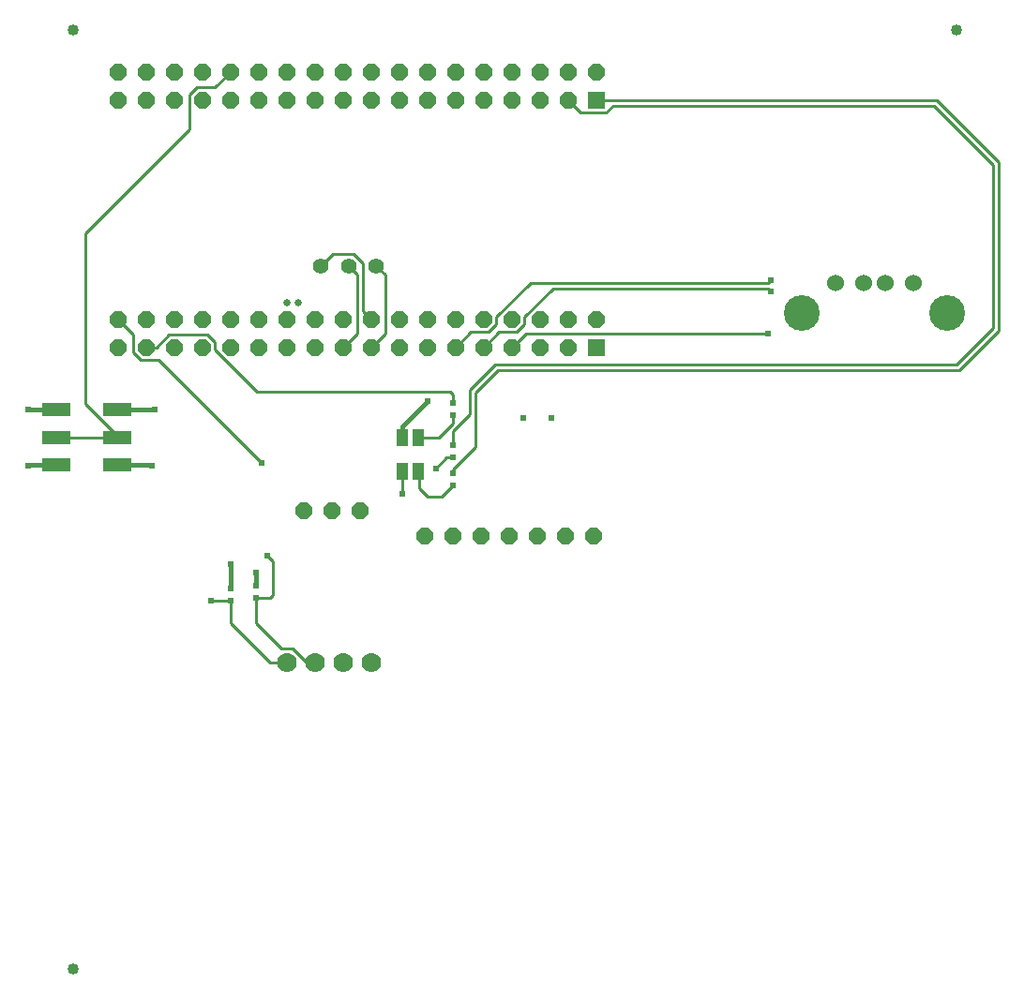
<source format=gbr>
G04 EAGLE Gerber RS-274X export*
G75*
%MOMM*%
%FSLAX34Y34*%
%LPD*%
%INTop Copper*%
%IPPOS*%
%AMOC8*
5,1,8,0,0,1.08239X$1,22.5*%
G01*
%ADD10R,1.100000X1.500000*%
%ADD11R,0.508000X0.609600*%
%ADD12R,1.524000X1.524000*%
%ADD13P,1.649562X8X202.500000*%
%ADD14C,1.778000*%
%ADD15P,1.649562X8X22.500000*%
%ADD16C,1.524000*%
%ADD17C,3.220000*%
%ADD18C,1.400000*%
%ADD19R,2.500000X1.200000*%
%ADD20C,1.016000*%
%ADD21C,0.254000*%
%ADD22C,0.609600*%
%ADD23C,0.381000*%
%ADD24C,0.654800*%


D10*
X360600Y507900D03*
X360600Y476900D03*
X375600Y476900D03*
X375600Y507900D03*
D11*
X406400Y527812D03*
X406400Y538988D03*
X406400Y464312D03*
X406400Y475488D03*
X406400Y489712D03*
X406400Y500888D03*
D12*
X535940Y589280D03*
D13*
X510540Y589280D03*
X485140Y589280D03*
X459740Y589280D03*
X434340Y589280D03*
X408940Y589280D03*
X383540Y589280D03*
X358140Y589280D03*
X332740Y589280D03*
X307340Y589280D03*
X281940Y589280D03*
X256540Y589280D03*
X231140Y589280D03*
X205740Y589280D03*
X180340Y589280D03*
X154940Y589280D03*
X129540Y589280D03*
X104140Y589280D03*
D12*
X535940Y812800D03*
D13*
X510540Y812800D03*
X485140Y812800D03*
X459740Y812800D03*
X434340Y812800D03*
X408940Y812800D03*
X383540Y812800D03*
X358140Y812800D03*
X332740Y812800D03*
X307340Y812800D03*
X281940Y812800D03*
X256540Y812800D03*
X231140Y812800D03*
X205740Y812800D03*
X180340Y812800D03*
X154940Y812800D03*
X129540Y812800D03*
X104140Y812800D03*
X510540Y614680D03*
X485140Y614680D03*
X459740Y614680D03*
X434340Y614680D03*
X408940Y614680D03*
X383540Y614680D03*
X358140Y614680D03*
X332740Y614680D03*
X307340Y614680D03*
X281940Y614680D03*
X256540Y614680D03*
X231140Y614680D03*
X205740Y614680D03*
X180340Y614680D03*
X154940Y614680D03*
X129540Y614680D03*
X104140Y614680D03*
X510540Y838200D03*
X485140Y838200D03*
X459740Y838200D03*
X434340Y838200D03*
X408940Y838200D03*
X383540Y838200D03*
X358140Y838200D03*
X332740Y838200D03*
X307340Y838200D03*
X281940Y838200D03*
X256540Y838200D03*
X231140Y838200D03*
X205740Y838200D03*
X180340Y838200D03*
X154940Y838200D03*
X129540Y838200D03*
X104140Y838200D03*
X535940Y614680D03*
X535940Y838200D03*
D14*
X256540Y304800D03*
X281940Y304800D03*
X307340Y304800D03*
X332740Y304800D03*
D11*
X205740Y360172D03*
X205740Y371348D03*
X228600Y362712D03*
X228600Y373888D03*
D15*
X381000Y419100D03*
X406400Y419100D03*
X431800Y419100D03*
X457200Y419100D03*
X482600Y419100D03*
X508000Y419100D03*
X533400Y419100D03*
D16*
X777400Y647700D03*
X797400Y647700D03*
X752400Y647700D03*
X822400Y647700D03*
D17*
X721700Y620600D03*
X853100Y620600D03*
D18*
X287420Y662940D03*
X312420Y662940D03*
X337420Y662940D03*
D15*
X271780Y441960D03*
X297180Y441960D03*
X322580Y441960D03*
D19*
X103700Y483000D03*
X103700Y508000D03*
X103700Y533000D03*
X48700Y483000D03*
X48700Y508000D03*
X48700Y533000D03*
D20*
X63500Y27940D03*
X63500Y876300D03*
X861060Y876300D03*
D21*
X375920Y476580D02*
X375600Y476900D01*
X375920Y476580D02*
X375920Y462280D01*
X383540Y454660D01*
X396748Y454660D01*
X406400Y464312D01*
X406400Y538988D02*
X406400Y546608D01*
X403860Y549148D01*
X229708Y549148D01*
X150206Y600710D02*
X138776Y589280D01*
X129540Y589280D01*
X191770Y587086D02*
X191770Y594015D01*
X185075Y600710D01*
X191770Y587086D02*
X229708Y549148D01*
X185075Y600710D02*
X150206Y600710D01*
X406400Y478736D02*
X406400Y475488D01*
X426720Y499056D02*
X426720Y548640D01*
X447040Y568960D01*
X863600Y568960D02*
X899160Y604520D01*
X899160Y756920D01*
X843280Y812800D01*
X535940Y812800D01*
X426720Y499056D02*
X406400Y478736D01*
X447040Y568960D02*
X863600Y568960D01*
X406400Y513516D02*
X406400Y500888D01*
X444936Y574040D02*
X861060Y574040D01*
X421640Y550744D02*
X421640Y528756D01*
X421640Y550744D02*
X444936Y574040D01*
X861060Y574040D02*
X894080Y607060D01*
X894080Y754380D01*
X840740Y807720D01*
X551488Y807720D02*
X545138Y801370D01*
X521970Y801370D01*
X510540Y812800D01*
X421640Y528756D02*
X406400Y513516D01*
X551488Y807720D02*
X840740Y807720D01*
D22*
X469900Y525780D03*
X495300Y525780D03*
D23*
X228600Y386080D02*
X228600Y373888D01*
D22*
X228600Y386080D03*
D23*
X134220Y483000D02*
X103700Y483000D01*
D21*
X134220Y483000D02*
X134620Y482600D01*
D22*
X134620Y482600D03*
D23*
X205740Y393700D02*
X205740Y371348D01*
D22*
X205740Y393700D03*
D23*
X360600Y507900D02*
X360600Y518080D01*
X383540Y541020D01*
D22*
X383540Y541020D03*
D23*
X48700Y483000D02*
X23260Y483000D01*
D21*
X22860Y482600D01*
D22*
X22860Y482600D03*
D24*
X256540Y629920D03*
X266700Y629920D03*
D21*
X205740Y360172D02*
X205740Y340360D01*
X241300Y304800D01*
X256540Y304800D01*
X205740Y360172D02*
X205232Y360680D01*
X187960Y360680D01*
D22*
X187960Y360680D03*
D21*
X228600Y340360D02*
X251460Y317500D01*
X261801Y317500D01*
X274501Y304800D02*
X281940Y304800D01*
X274501Y304800D02*
X261801Y317500D01*
X228600Y340360D02*
X228600Y362712D01*
X229108Y363220D01*
X241300Y363220D02*
X243840Y365760D01*
X243840Y396240D01*
X238760Y401320D01*
D22*
X238760Y401320D03*
D21*
X241300Y363220D02*
X229108Y363220D01*
D23*
X136760Y533000D02*
X103700Y533000D01*
D21*
X136760Y533000D02*
X137160Y533400D01*
D22*
X137160Y533400D03*
D23*
X48700Y533000D02*
X23260Y533000D01*
D21*
X22860Y533400D01*
D22*
X22860Y533400D03*
X693420Y650240D03*
D21*
X445770Y609946D02*
X439075Y603250D01*
X422910Y603250D02*
X408940Y589280D01*
X422910Y603250D02*
X439075Y603250D01*
X445770Y609946D02*
X445770Y616875D01*
X690880Y647700D02*
X693420Y650240D01*
X476596Y647700D02*
X445770Y616875D01*
X476596Y647700D02*
X690880Y647700D01*
D22*
X693420Y640080D03*
D21*
X471170Y609946D02*
X464475Y603250D01*
X448310Y603250D02*
X434340Y589280D01*
X448310Y603250D02*
X464475Y603250D01*
X471170Y609946D02*
X471170Y616875D01*
X690880Y642620D02*
X693420Y640080D01*
X496916Y642620D02*
X471170Y616875D01*
X496916Y642620D02*
X690880Y642620D01*
D22*
X690880Y601980D03*
D21*
X472440Y601980D02*
X459740Y589280D01*
X472440Y601980D02*
X690880Y601980D01*
X320040Y601980D02*
X307340Y589280D01*
X320040Y655320D02*
X312420Y662940D01*
X320040Y655320D02*
X320040Y601980D01*
X332740Y614680D02*
X325120Y622300D01*
X325120Y665528D02*
X316898Y673750D01*
X298230Y673750D01*
X287420Y662940D01*
X325120Y665528D02*
X325120Y622300D01*
X345440Y601980D02*
X332740Y589280D01*
X345440Y654920D02*
X337420Y662940D01*
X345440Y654920D02*
X345440Y601980D01*
D22*
X233680Y485140D03*
D21*
X124806Y577850D02*
X118110Y584546D01*
X140970Y577850D02*
X233680Y485140D01*
X118110Y600710D02*
X104140Y614680D01*
X124806Y577850D02*
X140970Y577850D01*
X118110Y584546D02*
X118110Y600710D01*
X375600Y507900D02*
X375700Y508000D01*
X393700Y508000D01*
X406400Y520700D01*
X406400Y527812D01*
X360600Y476900D02*
X360680Y476820D01*
X360680Y457200D01*
D22*
X360680Y457200D03*
X391160Y480060D03*
D21*
X400812Y489712D01*
X406400Y489712D01*
X168910Y817535D02*
X175606Y824230D01*
X191770Y824230D02*
X205740Y838200D01*
X191770Y824230D02*
X175606Y824230D01*
X168910Y786544D02*
X74930Y692564D01*
X168910Y786544D02*
X168910Y817535D01*
X103700Y509112D02*
X103700Y508000D01*
X103700Y509112D02*
X74930Y537882D01*
X74930Y692564D01*
X48700Y508000D02*
X103700Y508000D01*
M02*

</source>
